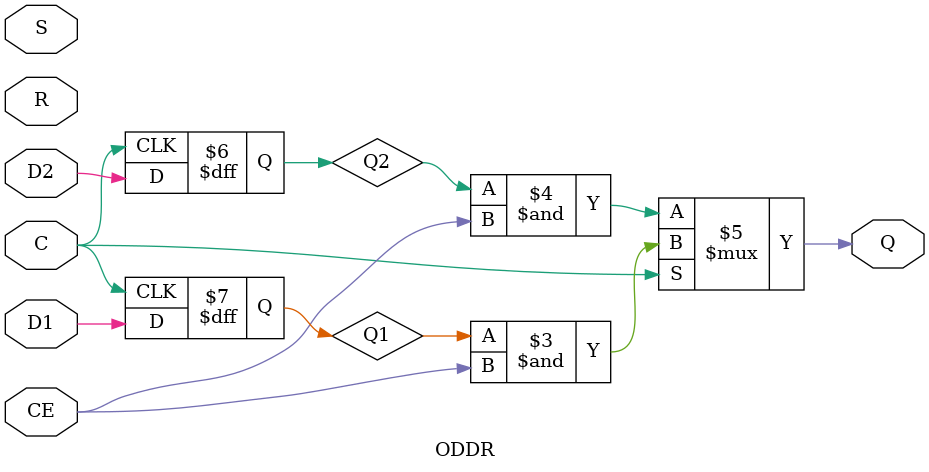
<source format=v>


module ODDR ( input wire D1, D2, 
              input wire C, CE, R, S,
              output wire Q );

              
reg Q1, Q2;

always@(posedge C)
    Q1 <= D1;
    
always@(negedge C)
    Q2 <= D2;

assign Q = C ? Q1 & CE : Q2 & CE;

endmodule

</source>
